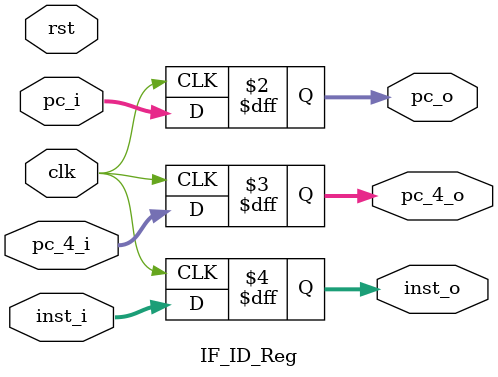
<source format=v>
module IF_ID_Reg (
    input wire clk,
    input wire rst,
    input wire [31:0] pc_i,
    input wire [31:0] pc_4_i,
    input wire [31:0] inst_i,
    output reg [31:0] pc_o,
    output reg [31:0] pc_4_o,
    output reg [31:0] inst_o
);

    always @(negedge clk) begin
        if (clk) begin
            pc_o   <= 32'b0;
            pc_4_o <= 32'b0;
            inst_o <= 32'b0;
        end else begin
            pc_o   <= pc_i;
            pc_4_o <= pc_4_i;
            inst_o <= inst_i;
        end
    end

endmodule

</source>
